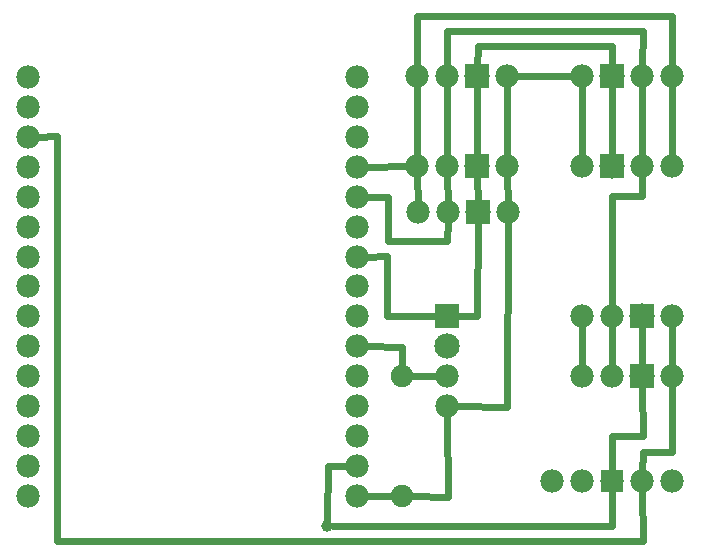
<source format=gbl>
G04 MADE WITH FRITZING*
G04 WWW.FRITZING.ORG*
G04 DOUBLE SIDED*
G04 HOLES PLATED*
G04 CONTOUR ON CENTER OF CONTOUR VECTOR*
%ASAXBY*%
%FSLAX23Y23*%
%MOIN*%
%OFA0B0*%
%SFA1.0B1.0*%
%ADD10C,0.077770*%
%ADD11C,0.075000*%
%ADD12C,0.078000*%
%ADD13C,0.084141*%
%ADD14C,0.039370*%
%ADD15R,0.084375X0.084375*%
%ADD16R,0.083333X0.083333*%
%ADD17R,0.078000X0.078000*%
%ADD18C,0.024000*%
%LNCOPPER0*%
G90*
G70*
G54D10*
X1305Y1745D03*
X208Y1945D03*
X208Y1845D03*
X208Y1745D03*
X208Y1645D03*
X208Y1545D03*
X1305Y1845D03*
X1305Y1945D03*
X1305Y1645D03*
X208Y1445D03*
X208Y1345D03*
X208Y1246D03*
X208Y1146D03*
X208Y1046D03*
X208Y946D03*
X208Y846D03*
X208Y746D03*
X208Y647D03*
X208Y547D03*
X1305Y1246D03*
X1305Y1146D03*
X1305Y1046D03*
X1305Y946D03*
X1305Y846D03*
X1305Y746D03*
X1305Y647D03*
X1305Y547D03*
X1305Y1545D03*
X1305Y1445D03*
X1305Y1345D03*
G54D11*
X1455Y946D03*
X1455Y546D03*
G54D12*
X2055Y1647D03*
G54D13*
X2155Y1647D03*
G54D12*
X2255Y1647D03*
X2355Y1647D03*
X2055Y1947D03*
G54D13*
X2155Y1947D03*
G54D12*
X2255Y1947D03*
X2355Y1947D03*
X2355Y1147D03*
G54D13*
X2255Y1147D03*
G54D12*
X2155Y1147D03*
X2055Y1147D03*
X1805Y1646D03*
G54D13*
X1705Y1646D03*
G54D12*
X1605Y1646D03*
X1505Y1646D03*
X1806Y1494D03*
G54D13*
X1706Y1494D03*
G54D12*
X1606Y1494D03*
X1506Y1494D03*
X1805Y1946D03*
G54D13*
X1705Y1946D03*
G54D12*
X1605Y1946D03*
X1505Y1946D03*
X2355Y947D03*
G54D13*
X2255Y947D03*
G54D12*
X2155Y947D03*
X2055Y947D03*
X1605Y1146D03*
G54D13*
X1605Y1046D03*
G54D12*
X1605Y946D03*
X1605Y846D03*
X2355Y597D03*
X2255Y597D03*
X2155Y597D03*
X2055Y597D03*
X1955Y597D03*
G54D14*
X1205Y447D03*
G54D15*
X2155Y1647D03*
X2155Y1947D03*
X2254Y1146D03*
X1705Y1646D03*
X1706Y1494D03*
X1705Y1946D03*
X2254Y946D03*
G54D16*
X1605Y1146D03*
G54D17*
X2155Y597D03*
G54D18*
X1206Y647D02*
X1275Y647D01*
D02*
X1205Y466D02*
X1206Y647D01*
D02*
X1484Y946D02*
X1575Y946D01*
D02*
X1455Y1044D02*
X1335Y1046D01*
D02*
X1455Y975D02*
X1455Y1044D01*
D02*
X1606Y544D02*
X1484Y546D01*
D02*
X1605Y816D02*
X1606Y544D01*
D02*
X1427Y546D02*
X1335Y547D01*
D02*
X1604Y1396D02*
X1606Y1464D01*
D02*
X1406Y1543D02*
X1406Y1396D01*
D02*
X1406Y1396D02*
X1604Y1396D01*
D02*
X1335Y1545D02*
X1406Y1543D01*
D02*
X1335Y1645D02*
X1475Y1646D01*
D02*
X1575Y1146D02*
X1404Y1147D01*
D02*
X1404Y1147D02*
X1404Y1346D01*
D02*
X1404Y1346D02*
X1335Y1345D01*
D02*
X2257Y397D02*
X305Y397D01*
D02*
X305Y397D02*
X305Y1746D01*
D02*
X2255Y567D02*
X2257Y397D01*
D02*
X305Y1746D02*
X238Y1745D01*
D02*
X1705Y1614D02*
X1706Y1526D01*
D02*
X1805Y1616D02*
X1806Y1524D01*
D02*
X1605Y1616D02*
X1606Y1524D01*
D02*
X1505Y1616D02*
X1506Y1524D01*
D02*
X1505Y1916D02*
X1505Y1676D01*
D02*
X1605Y1916D02*
X1605Y1676D01*
D02*
X1705Y1914D02*
X1705Y1677D01*
D02*
X1805Y1916D02*
X1805Y1676D01*
D02*
X2154Y2046D02*
X1706Y2047D01*
D02*
X1706Y2047D02*
X1705Y1978D01*
D02*
X2155Y1978D02*
X2154Y2046D01*
D02*
X1604Y2098D02*
X1605Y1976D01*
D02*
X2256Y2098D02*
X1604Y2098D01*
D02*
X2255Y1977D02*
X2256Y2098D01*
D02*
X2155Y1678D02*
X2155Y1915D01*
D02*
X1505Y2146D02*
X1505Y1976D01*
D02*
X2355Y2146D02*
X1505Y2146D01*
D02*
X2355Y1977D02*
X2355Y2146D01*
D02*
X2055Y1677D02*
X2055Y1917D01*
D02*
X1835Y1946D02*
X2025Y1947D01*
D02*
X2255Y1677D02*
X2255Y1917D01*
D02*
X2355Y1677D02*
X2355Y1917D01*
D02*
X2154Y1547D02*
X2255Y1547D01*
D02*
X2255Y1547D02*
X2255Y1617D01*
D02*
X2155Y1177D02*
X2154Y1547D01*
D02*
X1705Y1147D02*
X1635Y1146D01*
D02*
X1706Y1463D02*
X1705Y1147D01*
D02*
X1805Y845D02*
X1635Y846D01*
D02*
X1806Y1464D02*
X1805Y845D01*
D02*
X2355Y1117D02*
X2355Y977D01*
D02*
X2255Y1115D02*
X2255Y978D01*
D02*
X2155Y977D02*
X2155Y1117D01*
D02*
X2055Y977D02*
X2055Y1117D01*
D02*
X2256Y746D02*
X2153Y746D01*
D02*
X2153Y746D02*
X2155Y627D01*
D02*
X2255Y915D02*
X2256Y746D01*
D02*
X2355Y917D02*
X2355Y695D01*
D02*
X2355Y695D02*
X2256Y695D01*
D02*
X2256Y695D02*
X2255Y627D01*
D02*
X1224Y447D02*
X2153Y446D01*
D02*
X2153Y446D02*
X2155Y567D01*
G04 End of Copper0*
M02*
</source>
